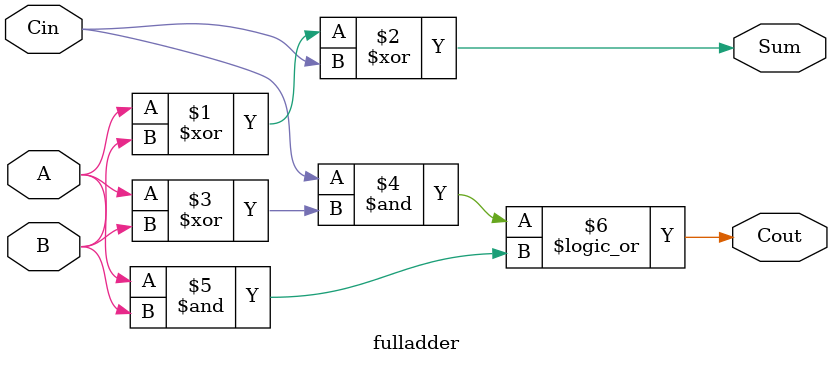
<source format=sv>
`timescale 1ns / 1ps


module fulladder(
    input A,
    input B,
    input Cin,
    output Cout,
    output Sum
    );
        assign Sum = A ^ B ^ Cin;
        assign Cout = Cin & (A ^ B) || (A & B);
endmodule

</source>
